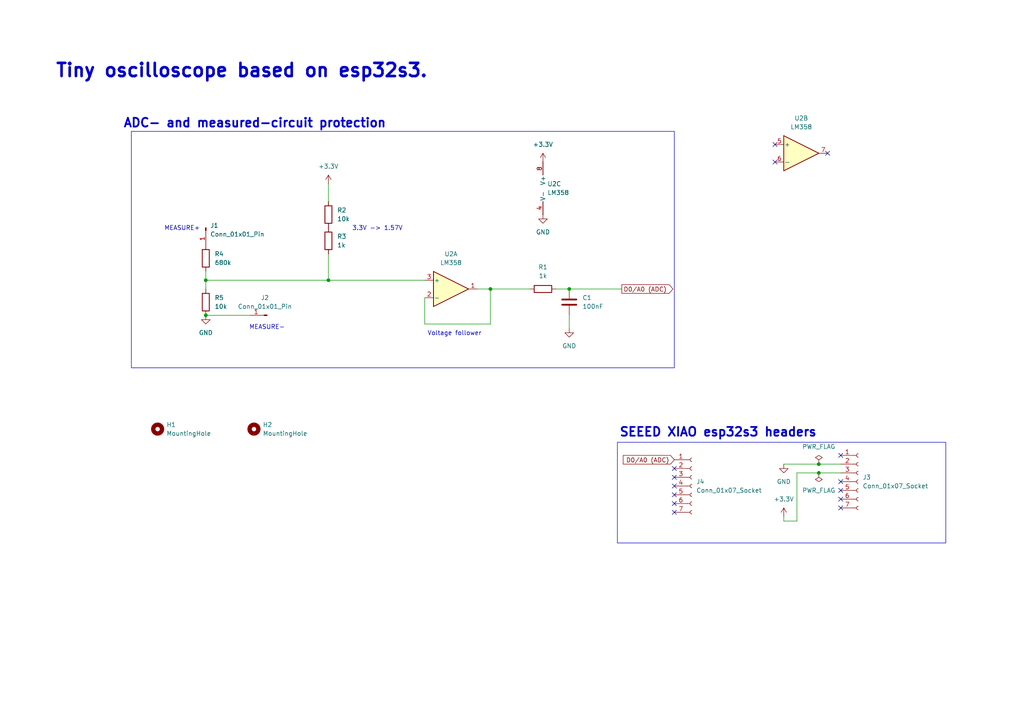
<source format=kicad_sch>
(kicad_sch (version 20231120) (generator "eeschema") (generator_version "8.0")
  (paper "A4")
  (title_block (title "Just a scope") (date "2025-01-11") (rev "0.1"))
  (lib_symbols
    (symbol "Amplifier_Operational:LM358" (pin_names (offset 0.127))
      (property "Reference" "U" (at 0 5.08 0))
      (property "Value" "LM358" (at 0 -5.08 0))
      (symbol "LM358_1_1"
        (polyline (pts (xy -5.08 5.08) (xy 5.08 0) (xy -5.08 -5.08) (xy -5.08 5.08)) (stroke (width 0.254)) (fill (type background)))
        (pin output line (at 7.62 0 180) (length 2.54) (name "~") (number "1"))
        (pin input line (at -7.62 -2.54 0) (length 2.54) (name "-") (number "2"))
        (pin input line (at -7.62 2.54 0) (length 2.54) (name "+") (number "3"))
      )
      (symbol "LM358_2_1"
        (polyline (pts (xy -5.08 5.08) (xy 5.08 0) (xy -5.08 -5.08) (xy -5.08 5.08)) (stroke (width 0.254)) (fill (type background)))
        (pin input line (at -7.62 2.54 0) (length 2.54) (name "+") (number "5"))
        (pin input line (at -7.62 -2.54 0) (length 2.54) (name "-") (number "6"))
        (pin output line (at 7.62 0 180) (length 2.54) (name "~") (number "7"))
      )
      (symbol "LM358_3_1"
        (pin power_in line (at -2.54 -7.62 90) (length 3.81) (name "V-") (number "4"))
        (pin power_in line (at -2.54 7.62 270) (length 3.81) (name "V+") (number "8"))
      )
    )
    (symbol "Connector:Conn_01x01_Pin" (pin_names (offset 1.016) hide)
      (property "Reference" "J" (at 0 2.54 0))
      (property "Value" "Conn_01x01_Pin" (at 0 -2.54 0))
      (symbol "Conn_01x01_Pin_1_1"
        (polyline (pts (xy 1.27 0) (xy 0.8636 0)) (stroke (width 0.1524)))
        (rectangle (start 0.8636 0.127) (end 0 -0.127) (stroke (width 0.1524)) (fill (type outline)))
        (pin passive line (at 5.08 0 180) (length 3.81) (name "Pin_1") (number "1"))
      )
    )
    (symbol "Connector:Conn_01x07_Socket" (pin_names (offset 1.016) hide)
      (property "Reference" "J" (at 0 10.16 0))
      (property "Value" "Conn_01x07_Socket" (at 0 -10.16 0))
      (symbol "Conn_01x07_Socket_1_1"
        (arc (start 0 -7.112) (mid -0.5058 -7.62) (end 0 -8.128) (stroke (width 0.1524)))
        (arc (start 0 -4.572) (mid -0.5058 -5.08) (end 0 -5.588) (stroke (width 0.1524)))
        (arc (start 0 -2.032) (mid -0.5058 -2.54) (end 0 -3.048) (stroke (width 0.1524)))
        (polyline (pts (xy -1.27 -7.62) (xy -0.508 -7.62)) (stroke (width 0.1524)))
        (polyline (pts (xy -1.27 -5.08) (xy -0.508 -5.08)) (stroke (width 0.1524)))
        (polyline (pts (xy -1.27 -2.54) (xy -0.508 -2.54)) (stroke (width 0.1524)))
        (polyline (pts (xy -1.27 0) (xy -0.508 0)) (stroke (width 0.1524)))
        (polyline (pts (xy -1.27 2.54) (xy -0.508 2.54)) (stroke (width 0.1524)))
        (polyline (pts (xy -1.27 5.08) (xy -0.508 5.08)) (stroke (width 0.1524)))
        (polyline (pts (xy -1.27 7.62) (xy -0.508 7.62)) (stroke (width 0.1524)))
        (arc (start 0 0.508) (mid -0.5058 0) (end 0 -0.508) (stroke (width 0.1524)))
        (arc (start 0 3.048) (mid -0.5058 2.54) (end 0 2.032) (stroke (width 0.1524)))
        (arc (start 0 5.588) (mid -0.5058 5.08) (end 0 4.572) (stroke (width 0.1524)))
        (arc (start 0 8.128) (mid -0.5058 7.62) (end 0 7.112) (stroke (width 0.1524)))
        (pin passive line (at -5.08 7.62 0) (length 3.81) (name "Pin_1") (number "1"))
        (pin passive line (at -5.08 5.08 0) (length 3.81) (name "Pin_2") (number "2"))
        (pin passive line (at -5.08 2.54 0) (length 3.81) (name "Pin_3") (number "3"))
        (pin passive line (at -5.08 0 0) (length 3.81) (name "Pin_4") (number "4"))
        (pin passive line (at -5.08 -2.54 0) (length 3.81) (name "Pin_5") (number "5"))
        (pin passive line (at -5.08 -5.08 0) (length 3.81) (name "Pin_6") (number "6"))
        (pin passive line (at -5.08 -7.62 0) (length 3.81) (name "Pin_7") (number "7"))
      )
    )
    (symbol "Device:C" (pin_numbers hide) (pin_names (offset 0.254))
      (property "Reference" "C" (at 0.635 2.54 0))
      (property "Value" "C" (at 0.635 -2.54 0))
      (symbol "C_0_1"
        (polyline (pts (xy -2.032 -0.762) (xy 2.032 -0.762)) (stroke (width 0.508)))
        (polyline (pts (xy -2.032 0.762) (xy 2.032 0.762)) (stroke (width 0.508)))
      )
      (symbol "C_1_1"
        (pin passive line (at 0 3.81 270) (length 2.794) (name "~") (number "1"))
        (pin passive line (at 0 -3.81 90) (length 2.794) (name "~") (number "2"))
      )
    )
    (symbol "Device:R" (pin_numbers hide) (pin_names (offset 0))
      (property "Reference" "R" (at 2.032 0 90))
      (property "Value" "R" (at 0 0 90))
      (symbol "R_0_1"
        (rectangle (start -1.016 -2.54) (end 1.016 2.54) (stroke (width 0.254)))
      )
      (symbol "R_1_1"
        (pin passive line (at 0 3.81 270) (length 1.27) (name "~") (number "1"))
        (pin passive line (at 0 -3.81 90) (length 1.27) (name "~") (number "2"))
      )
    )
    (symbol "Mechanical:MountingHole" (pin_names (offset 1.016)) (exclude_from_sim yes) (in_bom no)
      (property "Reference" "H" (at 0 5.08 0))
      (property "Value" "MountingHole" (at 0 3.175 0))
      (symbol "MountingHole_0_1"
        (circle (center 0 0) (radius 1.27) (stroke (width 1.27)))
      )
    )
    (symbol "power:+3.3V" (power) (pin_numbers hide) (pin_names (offset 0) hide)
      (property "Value" "+3.3V" (at 0 3.556 0))
      (symbol "+3.3V_0_1"
        (polyline (pts (xy -0.762 1.27) (xy 0 2.54)))
        (polyline (pts (xy 0 0) (xy 0 2.54)))
        (polyline (pts (xy 0 2.54) (xy 0.762 1.27)))
      )
      (symbol "+3.3V_1_1"
        (pin power_in line (at 0 0 90) (length 0) (name "~") (number "1"))
      )
    )
    (symbol "power:GND" (power) (pin_numbers hide) (pin_names (offset 0) hide)
      (property "Value" "GND" (at 0 -3.81 0))
      (symbol "GND_0_1"
        (polyline (pts (xy 0 0) (xy 0 -1.27) (xy 1.27 -1.27) (xy 0 -2.54) (xy -1.27 -1.27) (xy 0 -1.27)))
      )
      (symbol "GND_1_1"
        (pin power_in line (at 0 0 270) (length 0) (name "~") (number "1"))
      )
    )
    (symbol "power:PWR_FLAG" (power) (pin_numbers hide) (pin_names (offset 0) hide)
      (property "Value" "PWR_FLAG" (at 0 3.81 0))
      (symbol "PWR_FLAG_0_0"
        (pin power_out line (at 0 0 90) (length 0) (name "~") (number "1"))
      )
      (symbol "PWR_FLAG_0_1"
        (polyline (pts (xy 0 0) (xy 0 1.27) (xy -1.016 1.905) (xy 0 2.54) (xy 1.016 1.905) (xy 0 1.27)))
      )
    )
  )
  (junction (at 59.69 81.28))
  (junction (at 95.25 81.28))
  (junction (at 142.24 83.82))
  (junction (at 59.69 91.44))
  (junction (at 237.49 134.62))
  (junction (at 237.49 137.16))
  (junction (at 165.1 83.82))
  (no_connect (at 195.58 140.97))
  (no_connect (at 240.03 44.45))
  (no_connect (at 243.84 147.32))
  (no_connect (at 195.58 143.51))
  (no_connect (at 195.58 135.89))
  (no_connect (at 195.58 146.05))
  (no_connect (at 243.84 142.24))
  (no_connect (at 243.84 144.78))
  (no_connect (at 224.79 46.99))
  (no_connect (at 243.84 139.7))
  (no_connect (at 243.84 132.08))
  (no_connect (at 195.58 148.59))
  (no_connect (at 195.58 138.43))
  (no_connect (at 224.79 41.91))
  (wire (pts (xy 237.49 134.62) (xy 243.84 134.62)))
  (wire (pts (xy 95.25 73.66) (xy 95.25 81.28)))
  (wire (pts (xy 237.49 137.16) (xy 231.14 137.16)))
  (wire (pts (xy 165.1 83.82) (xy 180.34 83.82)))
  (wire (pts (xy 142.24 83.82) (xy 153.67 83.82)))
  (wire (pts (xy 59.69 81.28) (xy 95.25 81.28)))
  (wire (pts (xy 142.24 93.98) (xy 142.24 83.82)))
  (wire (pts (xy 95.25 81.28) (xy 123.19 81.28)))
  (wire (pts (xy 227.33 151.13) (xy 227.33 149.86)))
  (wire (pts (xy 231.14 151.13) (xy 227.33 151.13)))
  (wire (pts (xy 59.69 78.74) (xy 59.69 81.28)))
  (wire (pts (xy 123.19 93.98) (xy 142.24 93.98)))
  (wire (pts (xy 59.69 81.28) (xy 59.69 83.82)))
  (wire (pts (xy 123.19 86.36) (xy 123.19 93.98)))
  (wire (pts (xy 243.84 137.16) (xy 237.49 137.16)))
  (wire (pts (xy 95.25 53.34) (xy 95.25 58.42)))
  (wire (pts (xy 161.29 83.82) (xy 165.1 83.82)))
  (wire (pts (xy 165.1 91.44) (xy 165.1 95.25)))
  (wire (pts (xy 227.33 134.62) (xy 237.49 134.62)))
  (wire (pts (xy 231.14 137.16) (xy 231.14 151.13)))
  (wire (pts (xy 138.43 83.82) (xy 142.24 83.82)))
  (wire (pts (xy 59.69 91.44) (xy 72.39 91.44)))
  (rectangle (start 38.1 38.1) (end 195.58 106.68))
  (rectangle (start 179.07 128.27) (end 274.32 157.48))
  (text "3.3V -> 1.57V" (at 109.474 66.294 0) (effects (font (size 1.27 1.27))))
  (text "Voltage follower" (at 131.826 96.774 0) (effects (font (size 1.27 1.27))))
  (text "MEASURE+" (at 52.832 66.294 0) (effects (font (size 1.27 1.27))))
  (text "MEASURE-" (at 77.47 94.996 0) (effects (font (size 1.27 1.27))))
  (text "Tiny oscilloscope based on esp32s3." (at 70.104 20.574 0) (effects (font (size 3.81 3.81) (thickness 0.762) (bold yes))))
  (text "ADC- and measured-circuit protection" (at 73.914 35.814 0) (effects (font (size 2.54 2.54) (thickness 0.508) (bold yes))))
  (text "SEEED XIAO esp32s3 headers" (at 208.28 125.476 0) (effects (font (size 2.54 2.54) (thickness 0.508) (bold yes))))
  (global_label "D0{slash}A0 (ADC)" (shape input) (at 195.58 133.35 180) (property "Intersheetrefs" "${INTERSHEET_REFS}" (effects (hide yes))))
  (global_label "D0{slash}A0 (ADC)" (shape output) (at 180.34 83.82 0) (property "Intersheetrefs" "${INTERSHEET_REFS}" (effects (hide yes))))
  (symbol (lib_id "Connector:Conn_01x07_Socket") (at 200.66 140.97 0) (unit 1)
    (property "Reference" "J4" (at 201.93 139.6999 0) (effects (justify left)))
    (property "Value" "Conn_01x07_Socket" (at 201.93 142.2399 0) (effects (justify left)))
    (property "Footprint" "Connector_PinSocket_2.54mm:PinSocket_1x07_P2.54mm_Vertical" (effects (hide yes)))
    (property "Description" "Generic connector, single row, 01x07, script generated" (effects (hide yes)))
  )
  (symbol (lib_id "Connector:Conn_01x01_Pin") (at 59.69 66.04 270) (unit 1)
    (property "Reference" "J1" (at 60.96 65.4049 90) (effects (justify left)))
    (property "Value" "Conn_01x01_Pin" (at 60.96 67.9449 90) (effects (justify left)))
    (property "Footprint" "Connector_Wire:SolderWirePad_1x01_SMD_5x10mm" (effects (hide yes)))
    (property "Description" "Generic connector, single row, 01x01, script generated" (effects (hide yes)))
  )
  (symbol (lib_id "Device:R") (at 95.25 69.85 180) (unit 1)
    (property "Reference" "R3" (at 97.79 68.5799 0) (effects (justify right)))
    (property "Value" "1k" (at 97.79 71.1199 0) (effects (justify right)))
    (property "Footprint" "Resistor_SMD:R_0805_2012Metric" (effects (hide yes)))
    (property "Description" "Resistor" (effects (hide yes)))
  )
  (symbol (lib_id "Amplifier_Operational:LM358") (at 130.81 83.82 0) (unit 1)
    (property "Reference" "U2" (at 130.81 73.66 0))
    (property "Value" "LM358" (at 130.81 76.2 0))
    (property "Footprint" "Package_SO:SOIC-8_3.9x4.9mm_P1.27mm" (effects (hide yes)))
    (property "Datasheet" "http://www.ti.com/lit/ds/symlink/lm2904-n.pdf" (effects (hide yes)))
    (property "Description" "Low-Power, Dual Operational Amplifiers, DIP-8/SOIC-8/TO-99-8" (effects (hide yes)))
  )
  (symbol (lib_id "power:GND") (at 59.69 91.44 0) (unit 1)
    (property "Reference" "#PWR05" (effects (hide yes)))
    (property "Value" "GND" (at 59.69 96.52 0))
    (property "Description" "Power symbol creates a global label with name \"GND\" , ground" (effects (hide yes)))
  )
  (symbol (lib_id "power:+3.3V") (at 157.48 46.99 0) (unit 1)
    (property "Reference" "#PWR03" (effects (hide yes)))
    (property "Value" "+3.3V" (at 157.48 41.91 0))
    (property "Description" "Power symbol creates a global label with name \"+3.3V\"" (effects (hide yes)))
  )
  (symbol (lib_id "Device:R") (at 59.69 87.63 180) (unit 1)
    (property "Reference" "R5" (at 62.23 86.3599 0) (effects (justify right)))
    (property "Value" "10k" (at 62.23 88.8999 0) (effects (justify right)))
    (property "Footprint" "Resistor_SMD:R_0805_2012Metric" (effects (hide yes)))
    (property "Description" "Resistor" (effects (hide yes)))
  )
  (symbol (lib_id "Device:R") (at 59.69 74.93 180) (unit 1)
    (property "Reference" "R4" (at 62.23 73.6599 0) (effects (justify right)))
    (property "Value" "680k" (at 62.23 76.1999 0) (effects (justify right)))
    (property "Footprint" "Resistor_SMD:R_0805_2012Metric" (effects (hide yes)))
    (property "Description" "Resistor" (effects (hide yes)))
  )
  (symbol (lib_id "Amplifier_Operational:LM358") (at 232.41 44.45 0) (unit 2)
    (property "Reference" "U2" (at 232.41 34.29 0))
    (property "Value" "LM358" (at 232.41 36.83 0))
    (property "Footprint" "Package_SO:SOIC-8_3.9x4.9mm_P1.27mm" (effects (hide yes)))
    (property "Datasheet" "http://www.ti.com/lit/ds/symlink/lm2904-n.pdf" (effects (hide yes)))
    (property "Description" "Low-Power, Dual Operational Amplifiers, DIP-8/SOIC-8/TO-99-8" (effects (hide yes)))
  )
  (symbol (lib_id "power:PWR_FLAG") (at 237.49 134.62 0) (unit 1)
    (property "Reference" "#FLG02" (effects (hide yes)))
    (property "Value" "PWR_FLAG" (at 237.49 129.54 0))
    (property "Description" "Special symbol for telling ERC where power comes from" (effects (hide yes)))
  )
  (symbol (lib_id "power:GND") (at 157.48 62.23 0) (unit 1)
    (property "Reference" "#PWR04" (effects (hide yes)))
    (property "Value" "GND" (at 157.48 67.31 0))
    (property "Description" "Power symbol creates a global label with name \"GND\" , ground" (effects (hide yes)))
  )
  (symbol (lib_id "power:GND") (at 165.1 95.25 0) (unit 1)
    (property "Reference" "#PWR01" (effects (hide yes)))
    (property "Value" "GND" (at 165.1 100.33 0))
    (property "Description" "Power symbol creates a global label with name \"GND\" , ground" (effects (hide yes)))
  )
  (symbol (lib_id "Device:R") (at 95.25 62.23 180) (unit 1)
    (property "Reference" "R2" (at 97.79 60.9599 0) (effects (justify right)))
    (property "Value" "10k" (at 97.79 63.4999 0) (effects (justify right)))
    (property "Footprint" "Resistor_SMD:R_0805_2012Metric" (effects (hide yes)))
    (property "Description" "Resistor" (effects (hide yes)))
  )
  (symbol (lib_id "Device:R") (at 157.48 83.82 90) (unit 1)
    (property "Reference" "R1" (at 157.48 77.47 90))
    (property "Value" "1k" (at 157.48 80.01 90))
    (property "Footprint" "Resistor_SMD:R_0805_2012Metric" (effects (hide yes)))
    (property "Description" "Resistor" (effects (hide yes)))
  )
  (symbol (lib_id "power:+3.3V") (at 95.25 53.34 0) (unit 1)
    (property "Reference" "#PWR02" (effects (hide yes)))
    (property "Value" "+3.3V" (at 95.25 48.26 0))
    (property "Description" "Power symbol creates a global label with name \"+3.3V\"" (effects (hide yes)))
  )
  (symbol (lib_id "Connector:Conn_01x07_Socket") (at 248.92 139.7 0) (unit 1)
    (property "Reference" "J3" (at 250.19 138.4299 0) (effects (justify left)))
    (property "Value" "Conn_01x07_Socket" (at 250.19 140.9699 0) (effects (justify left)))
    (property "Footprint" "Connector_PinSocket_2.54mm:PinSocket_1x07_P2.54mm_Vertical" (effects (hide yes)))
    (property "Description" "Generic connector, single row, 01x07, script generated" (effects (hide yes)))
  )
  (symbol (lib_id "Connector:Conn_01x01_Pin") (at 77.47 91.44 180) (unit 1)
    (property "Reference" "J2" (at 76.835 86.36 0))
    (property "Value" "Conn_01x01_Pin" (at 76.835 88.9 0))
    (property "Footprint" "Connector_Wire:SolderWirePad_1x01_SMD_5x10mm" (effects (hide yes)))
    (property "Description" "Generic connector, single row, 01x01, script generated" (effects (hide yes)))
  )
  (symbol (lib_id "Mechanical:MountingHole") (at 73.66 124.46 0) (unit 1) (exclude_from_sim yes) (in_bom no)
    (property "Reference" "H2" (at 76.2 123.1899 0) (effects (justify left)))
    (property "Value" "MountingHole" (at 76.2 125.7299 0) (effects (justify left)))
    (property "Footprint" "MountingHole:MountingHole_3.2mm_M3" (effects (hide yes)))
    (property "Description" "Mounting Hole without connection" (effects (hide yes)))
  )
  (symbol (lib_id "Device:C") (at 165.1 87.63 0) (unit 1)
    (property "Reference" "C1" (at 168.91 86.3599 0) (effects (justify left)))
    (property "Value" "100nF" (at 168.91 88.8999 0) (effects (justify left)))
    (property "Footprint" "Capacitor_SMD:C_0805_2012Metric" (effects (hide yes)))
    (property "Description" "Unpolarized capacitor" (effects (hide yes)))
  )
  (symbol (lib_id "power:PWR_FLAG") (at 237.49 137.16 180) (unit 1)
    (property "Reference" "#FLG01" (effects (hide yes)))
    (property "Value" "PWR_FLAG" (at 237.49 142.24 0))
    (property "Description" "Special symbol for telling ERC where power comes from" (effects (hide yes)))
  )
  (symbol (lib_id "Mechanical:MountingHole") (at 45.72 124.46 0) (unit 1) (exclude_from_sim yes) (in_bom no)
    (property "Reference" "H1" (at 48.26 123.1899 0) (effects (justify left)))
    (property "Value" "MountingHole" (at 48.26 125.7299 0) (effects (justify left)))
    (property "Footprint" "MountingHole:MountingHole_3.2mm_M3" (effects (hide yes)))
    (property "Description" "Mounting Hole without connection" (effects (hide yes)))
  )
  (symbol (lib_id "Amplifier_Operational:LM358") (at 160.02 54.61 0) (unit 3)
    (property "Reference" "U2" (at 158.75 53.3399 0) (effects (justify left)))
    (property "Value" "LM358" (at 158.75 55.8799 0) (effects (justify left)))
    (property "Footprint" "Package_SO:SOIC-8_3.9x4.9mm_P1.27mm" (effects (hide yes)))
    (property "Datasheet" "http://www.ti.com/lit/ds/symlink/lm2904-n.pdf" (effects (hide yes)))
    (property "Description" "Low-Power, Dual Operational Amplifiers, DIP-8/SOIC-8/TO-99-8" (effects (hide yes)))
  )
  (symbol (lib_id "power:GND") (at 227.33 134.62 0) (unit 1)
    (property "Reference" "#PWR06" (effects (hide yes)))
    (property "Value" "GND" (at 227.33 139.7 0))
    (property "Description" "Power symbol creates a global label with name \"GND\" , ground" (effects (hide yes)))
  )
  (symbol (lib_id "power:+3.3V") (at 227.33 149.86 0) (unit 1)
    (property "Reference" "#PWR07" (effects (hide yes)))
    (property "Value" "+3.3V" (at 227.33 144.78 0))
    (property "Description" "Power symbol creates a global label with name \"+3.3V\"" (effects (hide yes)))
  )
)
</source>
